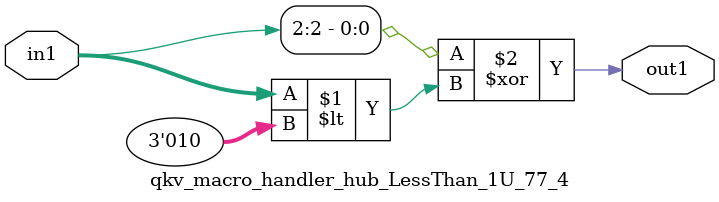
<source format=v>

`timescale 1ps / 1ps


module qkv_macro_handler_hub_LessThan_1U_77_4( in1, out1 );

    input [2:0] in1;
    output out1;

    
    // rtl_process:qkv_macro_handler_hub_LessThan_1U_77_4/qkv_macro_handler_hub_LessThan_1U_77_4_thread_1
    assign out1 = (in1[2] ^ in1 < 3'd2);

endmodule


</source>
